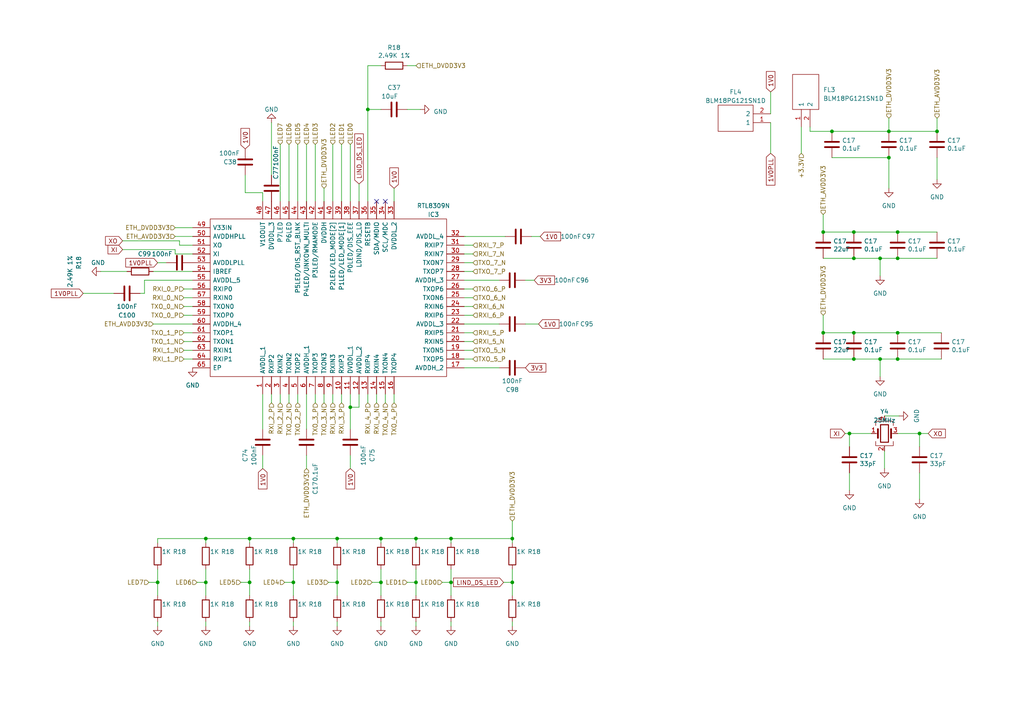
<source format=kicad_sch>
(kicad_sch (version 20230819) (generator eeschema)
  (paper "A4")
  (lib_symbols
    (symbol "BLM18PG121SN1D:BLM18PG121SN1D" (pin_names (offset 0.762))
      (property "Reference" "FL" (at 16.51 7.62 0))
      (property "Value" "BLM18PG121SN1D" (at 16.51 5.08 0))
      (symbol "BLM18PG121SN1D_0_0"
        (pin passive line (at 0 0 0) (length 5.08) (name "1") (number "1"))
        (pin passive line (at 0 -2.54 0) (length 5.08) (name "2") (number "2"))
      )
      (symbol "BLM18PG121SN1D_0_1"
        (polyline (pts (xy 5.08 2.54) (xy 15.24 2.54) (xy 15.24 -5.08) (xy 5.08 -5.08) (xy 5.08 2.54)) (stroke (width 0.1524)))
      )
    )
    (symbol "Device:C" (pin_numbers hide) (pin_names (offset 0.254))
      (property "Reference" "C" (at 0.635 2.54 0))
      (property "Value" "C" (at 0.635 -2.54 0))
      (symbol "C_0_1"
        (polyline (pts (xy -2.032 -0.762) (xy 2.032 -0.762)) (stroke (width 0.508)))
        (polyline (pts (xy -2.032 0.762) (xy 2.032 0.762)) (stroke (width 0.508)))
      )
      (symbol "C_1_1"
        (pin passive line (at 0 3.81 270) (length 2.794) (name "~") (number "1"))
        (pin passive line (at 0 -3.81 90) (length 2.794) (name "~") (number "2"))
      )
    )
    (symbol "Device:Crystal_GND2" (pin_names (offset 1.016) hide)
      (property "Reference" "Y" (at -6.604 4.318 0))
      (property "Value" "Crystal_GND2" (at -10.414 -2.794 0))
      (symbol "Crystal_GND2_0_1"
        (rectangle (start -1.143 2.54) (end 1.143 -2.54) (stroke (width 0.3048)))
        (polyline (pts (xy -2.54 0) (xy -1.905 0)))
        (polyline (pts (xy -1.905 -1.27) (xy -1.905 1.27)) (stroke (width 0.508)))
        (polyline (pts (xy 0 -3.81) (xy 0 -3.556)))
        (polyline (pts (xy 0 3.81) (xy 0 3.556)))
        (polyline (pts (xy 1.905 0) (xy 2.54 0)))
        (polyline (pts (xy 1.905 1.27) (xy 1.905 -1.27)) (stroke (width 0.508)))
        (polyline (pts (xy -2.54 -2.286) (xy -2.54 -3.556) (xy 2.54 -3.556) (xy 2.54 -2.286)))
        (polyline (pts (xy 2.54 2.286) (xy 2.54 3.556) (xy -2.54 3.556) (xy -2.54 2.286)))
      )
      (symbol "Crystal_GND2_1_1"
        (pin passive line (at -3.81 0 0) (length 1.27) (name "1") (number "1"))
        (pin passive line (at 0 -5.08 90) (length 1.27) (name "2") (number "2"))
        (pin passive line (at 3.81 0 180) (length 1.27) (name "3") (number "3"))
        (pin passive line (at 0 5.08 270) (length 1.27) (name "4") (number "4"))
      )
    )
    (symbol "Device:R" (pin_numbers hide) (pin_names (offset 0))
      (property "Reference" "R" (at 2.032 0 90))
      (property "Value" "R" (at 0 0 90))
      (symbol "R_0_1"
        (rectangle (start -1.016 -2.54) (end 1.016 2.54) (stroke (width 0.254)))
      )
      (symbol "R_1_1"
        (pin passive line (at 0 3.81 270) (length 1.27) (name "~") (number "1"))
        (pin passive line (at 0 -3.81 90) (length 1.27) (name "~") (number "2"))
      )
    )
    (symbol "RTL8309N:RTL8309N" (pin_names (offset 0.762))
      (property "Reference" "IC" (at 52.07 20.32 0))
      (property "Value" "RTL8309N" (at 52.07 17.78 0))
      (symbol "RTL8309N_0_0"
        (pin passive line (at 0 0 0) (length 5.08) (name "AVDDL_1") (number "1"))
        (pin passive line (at 0 -22.86 0) (length 5.08) (name "RXIP3") (number "10"))
        (pin passive line (at 0 -25.4 0) (length 5.08) (name "DVDDL_1") (number "11"))
        (pin passive line (at 0 -27.94 0) (length 5.08) (name "AVDDL_2") (number "12"))
        (pin passive line (at 0 -30.48 0) (length 5.08) (name "RXIP4") (number "13"))
        (pin passive line (at 0 -33.02 0) (length 5.08) (name "RXIN4") (number "14"))
        (pin passive line (at 0 -35.56 0) (length 5.08) (name "TXON4") (number "15"))
        (pin passive line (at 0 -38.1 0) (length 5.08) (name "TXOP4") (number "16"))
        (pin passive line (at 7.62 -58.42 90) (length 5.08) (name "AVDDH_2") (number "17"))
        (pin passive line (at 10.16 -58.42 90) (length 5.08) (name "TXOP5") (number "18"))
        (pin passive line (at 12.7 -58.42 90) (length 5.08) (name "TXON5") (number "19"))
        (pin passive line (at 0 -2.54 0) (length 5.08) (name "RXIP2") (number "2"))
        (pin passive line (at 15.24 -58.42 90) (length 5.08) (name "RXIN5") (number "20"))
        (pin passive line (at 17.78 -58.42 90) (length 5.08) (name "RXIP5") (number "21"))
        (pin passive line (at 20.32 -58.42 90) (length 5.08) (name "AVDDL_3") (number "22"))
        (pin passive line (at 22.86 -58.42 90) (length 5.08) (name "RXIP6") (number "23"))
        (pin passive line (at 25.4 -58.42 90) (length 5.08) (name "RXIN6") (number "24"))
        (pin passive line (at 27.94 -58.42 90) (length 5.08) (name "TXON6") (number "25"))
        (pin passive line (at 30.48 -58.42 90) (length 5.08) (name "TXOP6") (number "26"))
        (pin passive line (at 33.02 -58.42 90) (length 5.08) (name "AVDDH_3") (number "27"))
        (pin passive line (at 35.56 -58.42 90) (length 5.08) (name "TXOP7") (number "28"))
        (pin passive line (at 38.1 -58.42 90) (length 5.08) (name "TXON7") (number "29"))
        (pin passive line (at 0 -5.08 0) (length 5.08) (name "RXIN2") (number "3"))
        (pin passive line (at 40.64 -58.42 90) (length 5.08) (name "RXIN7") (number "30"))
        (pin passive line (at 43.18 -58.42 90) (length 5.08) (name "RXIP7") (number "31"))
        (pin passive line (at 45.72 -58.42 90) (length 5.08) (name "AVDDL_4") (number "32"))
        (pin passive line (at 55.88 -38.1 180) (length 5.08) (name "DVDDL_2") (number "33"))
        (pin passive line (at 55.88 -35.56 180) (length 5.08) (name "SCL/MDC") (number "34"))
        (pin passive line (at 55.88 -33.02 180) (length 5.08) (name "SDA/MDIO") (number "35"))
        (pin passive line (at 55.88 -30.48 180) (length 5.08) (name "RESETB") (number "36"))
        (pin passive line (at 55.88 -27.94 180) (length 5.08) (name "LDIND/DIS_LD") (number "37"))
        (pin passive line (at 55.88 -25.4 180) (length 5.08) (name "P0LED/DIS_EEE") (number "38"))
        (pin passive line (at 55.88 -22.86 180) (length 5.08) (name "P1LED/LED_MODE[1]") (number "39"))
        (pin passive line (at 0 -7.62 0) (length 5.08) (name "TXON2") (number "4"))
        (pin passive line (at 55.88 -20.32 180) (length 5.08) (name "P2LED/LED_MODE[2]") (number "40"))
        (pin passive line (at 55.88 -17.78 180) (length 5.08) (name "DVDDH") (number "41"))
        (pin passive line (at 55.88 -15.24 180) (length 5.08) (name "P3LED/RMAMODE") (number "42"))
        (pin passive line (at 55.88 -12.7 180) (length 5.08) (name "P4LED/UNKOWN_MULTI") (number "43"))
        (pin passive line (at 55.88 -10.16 180) (length 5.08) (name "P5LED/DIS_RST_BLNK") (number "44"))
        (pin passive line (at 55.88 -7.62 180) (length 5.08) (name "P6LED") (number "45"))
        (pin passive line (at 55.88 -5.08 180) (length 5.08) (name "P7LED") (number "46"))
        (pin passive line (at 55.88 -2.54 180) (length 5.08) (name "DVDDL_3") (number "47"))
        (pin passive line (at 55.88 0 180) (length 5.08) (name "V10OUT") (number "48"))
        (pin passive line (at 48.26 20.32 270) (length 5.08) (name "V33IN") (number "49"))
        (pin passive line (at 0 -10.16 0) (length 5.08) (name "TXOP2") (number "5"))
        (pin passive line (at 45.72 20.32 270) (length 5.08) (name "AVDDHPLL") (number "50"))
        (pin passive line (at 43.18 20.32 270) (length 5.08) (name "XO") (number "51"))
        (pin passive line (at 40.64 20.32 270) (length 5.08) (name "XI") (number "52"))
        (pin passive line (at 38.1 20.32 270) (length 5.08) (name "AVDDLPLL") (number "53"))
        (pin passive line (at 35.56 20.32 270) (length 5.08) (name "IBREF") (number "54"))
        (pin passive line (at 33.02 20.32 270) (length 5.08) (name "AVDDL_5") (number "55"))
        (pin passive line (at 30.48 20.32 270) (length 5.08) (name "RXIP0") (number "56"))
        (pin passive line (at 27.94 20.32 270) (length 5.08) (name "RXIN0") (number "57"))
        (pin passive line (at 25.4 20.32 270) (length 5.08) (name "TXON0") (number "58"))
        (pin passive line (at 22.86 20.32 270) (length 5.08) (name "TXOP0") (number "59"))
        (pin passive line (at 0 -12.7 0) (length 5.08) (name "AVDDH_1") (number "6"))
        (pin passive line (at 20.32 20.32 270) (length 5.08) (name "AVDDH_4") (number "60"))
        (pin passive line (at 17.78 20.32 270) (length 5.08) (name "TXOP1") (number "61"))
        (pin passive line (at 15.24 20.32 270) (length 5.08) (name "TXON1") (number "62"))
        (pin passive line (at 12.7 20.32 270) (length 5.08) (name "RXIN1") (number "63"))
        (pin passive line (at 10.16 20.32 270) (length 5.08) (name "RXIP1") (number "64"))
        (pin passive line (at 7.62 20.32 270) (length 5.08) (name "EP") (number "65"))
        (pin passive line (at 0 -15.24 0) (length 5.08) (name "TXOP3") (number "7"))
        (pin passive line (at 0 -17.78 0) (length 5.08) (name "TXON3") (number "8"))
        (pin passive line (at 0 -20.32 0) (length 5.08) (name "RXIN3") (number "9"))
      )
      (symbol "RTL8309N_0_1"
        (polyline (pts (xy 5.08 15.24) (xy 50.8 15.24) (xy 50.8 -53.34) (xy 5.08 -53.34) (xy 5.08 15.24)) (stroke (width 0.1524)))
      )
    )
    (symbol "power:GND" (power) (pin_names (offset 0))
      (property "Value" "GND" (at 0 -3.81 0))
      (symbol "GND_0_1"
        (polyline (pts (xy 0 0) (xy 0 -1.27) (xy 1.27 -1.27) (xy 0 -2.54) (xy -1.27 -1.27) (xy 0 -1.27)))
      )
      (symbol "GND_1_1"
        (pin power_in line (at 0 0 270) (length 0) hide (name "GND") (number "1"))
      )
    )
  )
  (junction (at 257.81 45.72))
  (junction (at 241.3 38.1))
  (junction (at 120.65 156.21))
  (junction (at 130.81 156.21))
  (junction (at 238.76 67.31))
  (junction (at 120.65 168.91))
  (junction (at 260.35 96.52))
  (junction (at 97.79 168.91))
  (junction (at 255.27 74.93))
  (junction (at 260.35 67.31))
  (junction (at 238.76 96.52))
  (junction (at 257.81 38.1))
  (junction (at 59.69 168.91))
  (junction (at 59.69 156.21))
  (junction (at 148.59 156.21))
  (junction (at 72.39 168.91))
  (junction (at 148.59 168.91))
  (junction (at 101.6 118.11))
  (junction (at 85.09 156.21))
  (junction (at 260.35 74.93))
  (junction (at 246.38 125.73))
  (junction (at 45.72 168.91))
  (junction (at 247.65 104.14))
  (junction (at 85.09 168.91))
  (junction (at 247.65 96.52))
  (junction (at 106.68 31.75))
  (junction (at 110.49 168.91))
  (junction (at 266.7 125.73))
  (junction (at 247.65 67.31))
  (junction (at 247.65 74.93))
  (junction (at 110.49 156.21))
  (junction (at 260.35 104.14))
  (junction (at 255.27 104.14))
  (junction (at 97.79 156.21))
  (junction (at 72.39 156.21))
  (junction (at 271.78 38.1))
  (junction (at 130.81 168.91))
  (no_connect (at 111.76 58.42))
  (no_connect (at 109.22 58.42))
  (wire (pts (xy 118.11 19.05) (xy 120.65 19.05)))
  (wire (pts (xy 85.09 156.21) (xy 97.79 156.21)))
  (wire (pts (xy 53.34 86.36) (xy 55.88 86.36)))
  (wire (pts (xy 148.59 156.21) (xy 148.59 157.48)))
  (wire (pts (xy 247.65 96.52) (xy 260.35 96.52)))
  (wire (pts (xy 137.16 88.9) (xy 134.62 88.9)))
  (wire (pts (xy 86.36 116.84) (xy 86.36 114.3)))
  (wire (pts (xy 255.27 104.14) (xy 260.35 104.14)))
  (wire (pts (xy 109.22 116.84) (xy 109.22 114.3)))
  (wire (pts (xy 50.8 68.58) (xy 55.88 68.58)))
  (wire (pts (xy 134.9566 68.58) (xy 134.62 68.58)))
  (wire (pts (xy 101.6 118.11) (xy 101.6 114.3)))
  (wire (pts (xy 241.3 38.1) (xy 257.81 38.1)))
  (wire (pts (xy 110.49 19.05) (xy 106.68 19.05)))
  (wire (pts (xy 118.11 168.91) (xy 120.65 168.91)))
  (wire (pts (xy 154.94 81.28) (xy 152.4 81.28)))
  (wire (pts (xy 59.69 156.21) (xy 72.39 156.21)))
  (wire (pts (xy 97.79 165.1) (xy 97.79 168.91)))
  (wire (pts (xy 260.35 125.73) (xy 266.7 125.73)))
  (wire (pts (xy 59.69 168.91) (xy 59.69 172.72)))
  (wire (pts (xy 86.36 41.91) (xy 86.36 58.42)))
  (wire (pts (xy 110.49 165.1) (xy 110.49 168.91)))
  (wire (pts (xy 41.91 81.28) (xy 55.88 81.28)))
  (wire (pts (xy 99.06 41.91) (xy 99.06 58.42)))
  (wire (pts (xy 234.95 38.1) (xy 241.3 38.1)))
  (wire (pts (xy 81.28 116.84) (xy 81.28 114.3)))
  (wire (pts (xy 255.27 109.22) (xy 255.27 104.14)))
  (wire (pts (xy 148.59 151.13) (xy 148.59 156.21)))
  (wire (pts (xy 148.59 168.91) (xy 148.59 172.72)))
  (wire (pts (xy 104.14 114.3) (xy 104.14 118.11)))
  (wire (pts (xy 91.44 116.84) (xy 91.44 114.3)))
  (wire (pts (xy 255.27 74.93) (xy 260.35 74.93)))
  (wire (pts (xy 107.95 168.91) (xy 110.49 168.91)))
  (wire (pts (xy 110.49 180.34) (xy 110.49 181.61)))
  (wire (pts (xy 43.18 168.91) (xy 45.72 168.91)))
  (wire (pts (xy 88.9 41.91) (xy 88.9 58.42)))
  (wire (pts (xy 101.6 41.91) (xy 101.6 58.42)))
  (wire (pts (xy 156.6884 68.5976) (xy 154.1484 68.5976)))
  (wire (pts (xy 52.07 71.12) (xy 55.88 71.12)))
  (wire (pts (xy 85.09 168.91) (xy 85.09 172.72)))
  (wire (pts (xy 99.06 116.84) (xy 99.06 114.3)))
  (wire (pts (xy 45.72 156.21) (xy 45.72 157.48)))
  (wire (pts (xy 252.73 125.73) (xy 246.38 125.73)))
  (wire (pts (xy 91.44 41.91) (xy 91.44 58.42)))
  (wire (pts (xy 104.14 53.34) (xy 104.14 58.42)))
  (wire (pts (xy 234.95 36.83) (xy 234.95 38.1)))
  (wire (pts (xy 232.41 36.83) (xy 232.41 44.45)))
  (wire (pts (xy 260.7896 120.65) (xy 256.54 120.65)))
  (wire (pts (xy 110.49 156.21) (xy 110.49 157.48)))
  (wire (pts (xy 245.11 125.73) (xy 246.38 125.73)))
  (wire (pts (xy 101.6 124.46) (xy 101.6 118.11)))
  (wire (pts (xy 130.81 156.21) (xy 148.59 156.21)))
  (wire (pts (xy 266.7 125.73) (xy 266.7 129.54)))
  (wire (pts (xy 104.14 118.11) (xy 101.6 118.11)))
  (wire (pts (xy 130.81 180.34) (xy 130.81 181.61)))
  (wire (pts (xy 29.21 78.74) (xy 36.83 78.74)))
  (wire (pts (xy 45.72 180.34) (xy 45.72 181.61)))
  (wire (pts (xy 97.79 156.21) (xy 110.49 156.21)))
  (wire (pts (xy 71.12 50.8) (xy 71.12 55.88)))
  (wire (pts (xy 260.35 74.93) (xy 271.78 74.93)))
  (wire (pts (xy 238.76 74.93) (xy 247.65 74.93)))
  (wire (pts (xy 130.81 168.91) (xy 130.81 172.72)))
  (wire (pts (xy 137.16 73.66) (xy 134.62 73.66)))
  (wire (pts (xy 137.16 83.82) (xy 134.62 83.82)))
  (wire (pts (xy 50.8 66.04) (xy 55.88 66.04)))
  (wire (pts (xy 76.2 124.46) (xy 76.2 114.3)))
  (wire (pts (xy 72.39 180.34) (xy 72.39 181.61)))
  (wire (pts (xy 53.34 83.82) (xy 55.88 83.82)))
  (wire (pts (xy 271.78 34.29) (xy 271.78 38.1)))
  (wire (pts (xy 120.65 165.1) (xy 120.65 168.91)))
  (wire (pts (xy 111.76 116.84) (xy 111.76 114.3)))
  (wire (pts (xy 266.7 125.73) (xy 269.24 125.73)))
  (wire (pts (xy 137.16 71.12) (xy 134.62 71.12)))
  (wire (pts (xy 53.34 104.14) (xy 55.88 104.14)))
  (wire (pts (xy 41.91 85.09) (xy 41.91 81.28)))
  (wire (pts (xy 247.65 104.14) (xy 255.27 104.14)))
  (wire (pts (xy 148.59 165.1) (xy 148.59 168.91)))
  (wire (pts (xy 223.52 26.67) (xy 223.52 33.02)))
  (wire (pts (xy 44.45 78.74) (xy 55.88 78.74)))
  (wire (pts (xy 246.38 125.73) (xy 246.38 129.54)))
  (wire (pts (xy 53.34 88.9) (xy 55.88 88.9)))
  (wire (pts (xy 45.72 165.1) (xy 45.72 168.91)))
  (wire (pts (xy 130.81 165.1) (xy 130.81 168.91)))
  (wire (pts (xy 72.39 165.1) (xy 72.39 168.91)))
  (wire (pts (xy 71.12 55.88) (xy 76.2 55.88)))
  (wire (pts (xy 35.56 72.39) (xy 50.8 72.39)))
  (wire (pts (xy 246.38 142.24) (xy 246.38 137.16)))
  (wire (pts (xy 78.74 116.84) (xy 78.74 114.3)))
  (wire (pts (xy 137.16 76.2) (xy 134.62 76.2)))
  (wire (pts (xy 45.72 76.2) (xy 48.26 76.2)))
  (wire (pts (xy 45.72 156.21) (xy 59.69 156.21)))
  (wire (pts (xy 53.34 99.06) (xy 55.88 99.06)))
  (wire (pts (xy 44.45 93.98) (xy 55.88 93.98)))
  (wire (pts (xy 238.76 104.14) (xy 247.65 104.14)))
  (wire (pts (xy 255.27 80.01) (xy 255.27 74.93)))
  (wire (pts (xy 88.9 124.46) (xy 88.9 114.3)))
  (wire (pts (xy 137.16 91.44) (xy 134.62 91.44)))
  (wire (pts (xy 53.34 91.44) (xy 55.88 91.44)))
  (wire (pts (xy 59.69 180.34) (xy 59.69 181.61)))
  (wire (pts (xy 121.92 31.75) (xy 118.11 31.75)))
  (wire (pts (xy 96.52 41.91) (xy 96.52 58.42)))
  (wire (pts (xy 93.98 54.61) (xy 93.98 58.42)))
  (wire (pts (xy 148.59 180.34) (xy 148.59 181.61)))
  (wire (pts (xy 76.2 135.89) (xy 76.2 132.08)))
  (wire (pts (xy 85.09 180.34) (xy 85.09 181.61)))
  (wire (pts (xy 114.3 54.61) (xy 114.3 58.42)))
  (wire (pts (xy 120.65 168.91) (xy 120.65 172.72)))
  (wire (pts (xy 83.82 116.84) (xy 83.82 114.3)))
  (wire (pts (xy 257.81 54.61) (xy 257.81 45.72)))
  (wire (pts (xy 82.55 168.91) (xy 85.09 168.91)))
  (wire (pts (xy 247.65 67.31) (xy 260.35 67.31)))
  (wire (pts (xy 146.05 168.91) (xy 148.59 168.91)))
  (wire (pts (xy 81.28 41.91) (xy 81.28 58.42)))
  (wire (pts (xy 95.25 168.91) (xy 97.79 168.91)))
  (wire (pts (xy 106.68 116.84) (xy 106.68 114.3)))
  (wire (pts (xy 106.68 19.05) (xy 106.68 31.75)))
  (wire (pts (xy 137.16 86.36) (xy 134.62 86.36)))
  (wire (pts (xy 120.65 156.21) (xy 120.65 157.48)))
  (wire (pts (xy 101.6 135.89) (xy 101.6 132.08)))
  (wire (pts (xy 88.9 135.89) (xy 88.9 132.08)))
  (wire (pts (xy 50.8 73.66) (xy 55.88 73.66)))
  (wire (pts (xy 137.16 96.52) (xy 134.62 96.52)))
  (wire (pts (xy 223.52 35.56) (xy 223.52 44.45)))
  (wire (pts (xy 83.82 41.91) (xy 83.82 58.42)))
  (wire (pts (xy 85.09 165.1) (xy 85.09 168.91)))
  (wire (pts (xy 72.39 156.21) (xy 85.09 156.21)))
  (wire (pts (xy 59.69 156.21) (xy 59.69 157.48)))
  (wire (pts (xy 78.74 35.56) (xy 78.74 50.8)))
  (wire (pts (xy 137.16 101.6) (xy 134.62 101.6)))
  (wire (pts (xy 114.3 116.84) (xy 114.3 114.3)))
  (wire (pts (xy 144.78 81.28) (xy 134.62 81.28)))
  (wire (pts (xy 110.49 156.21) (xy 120.65 156.21)))
  (wire (pts (xy 97.79 156.21) (xy 97.79 157.48)))
  (wire (pts (xy 137.16 99.06) (xy 134.62 99.06)))
  (wire (pts (xy 156.21 93.98) (xy 152.4 93.98)))
  (wire (pts (xy 144.78 93.98) (xy 134.62 93.98)))
  (wire (pts (xy 57.15 168.91) (xy 59.69 168.91)))
  (wire (pts (xy 59.69 165.1) (xy 59.69 168.91)))
  (wire (pts (xy 76.2 55.88) (xy 76.2 58.42)))
  (wire (pts (xy 260.35 96.52) (xy 273.05 96.52)))
  (wire (pts (xy 96.52 116.84) (xy 96.52 114.3)))
  (wire (pts (xy 110.49 168.91) (xy 110.49 172.72)))
  (wire (pts (xy 241.3 45.72) (xy 257.81 45.72)))
  (wire (pts (xy 35.56 69.85) (xy 52.07 69.85)))
  (wire (pts (xy 69.85 168.91) (xy 72.39 168.91)))
  (wire (pts (xy 247.65 74.93) (xy 255.27 74.93)))
  (wire (pts (xy 120.65 156.21) (xy 130.81 156.21)))
  (wire (pts (xy 130.81 156.21) (xy 130.81 157.48)))
  (wire (pts (xy 97.79 168.91) (xy 97.79 172.72)))
  (wire (pts (xy 137.16 104.14) (xy 134.62 104.14)))
  (wire (pts (xy 50.8 72.39) (xy 50.8 73.66)))
  (wire (pts (xy 40.64 85.09) (xy 41.91 85.09)))
  (wire (pts (xy 238.76 67.31) (xy 247.65 67.31)))
  (wire (pts (xy 53.34 96.52) (xy 55.88 96.52)))
  (wire (pts (xy 106.68 31.75) (xy 106.68 58.42)))
  (wire (pts (xy 260.35 104.14) (xy 273.05 104.14)))
  (wire (pts (xy 97.79 180.34) (xy 97.79 181.61)))
  (wire (pts (xy 137.16 78.74) (xy 134.62 78.74)))
  (wire (pts (xy 238.76 62.23) (xy 238.76 67.31)))
  (wire (pts (xy 238.76 96.52) (xy 247.65 96.52)))
  (wire (pts (xy 257.81 34.29) (xy 257.81 38.1)))
  (wire (pts (xy 24.13 85.09) (xy 33.02 85.09)))
  (wire (pts (xy 271.78 38.1) (xy 257.81 38.1)))
  (wire (pts (xy 260.35 67.31) (xy 271.78 67.31)))
  (wire (pts (xy 256.54 135.89) (xy 256.54 130.81)))
  (wire (pts (xy 52.07 69.85) (xy 52.07 71.12)))
  (wire (pts (xy 120.65 180.34) (xy 120.65 181.61)))
  (wire (pts (xy 85.09 156.21) (xy 85.09 157.48)))
  (wire (pts (xy 271.78 52.07) (xy 271.78 45.72)))
  (wire (pts (xy 238.76 91.44) (xy 238.76 96.52)))
  (wire (pts (xy 266.7 144.78) (xy 266.7 137.16)))
  (wire (pts (xy 144.78 106.68) (xy 134.62 106.68)))
  (wire (pts (xy 110.49 31.75) (xy 106.68 31.75)))
  (wire (pts (xy 134.9566 68.5976) (xy 146.5284 68.5976)))
  (wire (pts (xy 45.72 168.91) (xy 45.72 172.72)))
  (wire (pts (xy 72.39 168.91) (xy 72.39 172.72)))
  (wire (pts (xy 53.34 101.6) (xy 55.88 101.6)))
  (wire (pts (xy 134.9566 68.5976) (xy 134.9566 68.58)))
  (wire (pts (xy 72.39 156.21) (xy 72.39 157.48)))
  (wire (pts (xy 128.27 168.91) (xy 130.81 168.91)))
  (wire (pts (xy 93.98 116.84) (xy 93.98 114.3)))
  (global_label "XO" (shape input) (at 35.56 69.85 180) (property "Intersheetrefs" "${INTERSHEET_REFS}" (effects hide)))
  (global_label "1V0" (shape input) (at 114.3 54.61 90) (property "Intersheetrefs" "${INTERSHEET_REFS}" (effects hide)))
  (global_label "1V0" (shape input) (at 223.52 26.67 90) (property "Intersheetrefs" "${INTERSHEET_REFS}" (effects hide)))
  (global_label "1V0" (shape input) (at 71.12 43.18 90) (property "Intersheetrefs" "${INTERSHEET_REFS}" (effects hide)))
  (global_label "XO" (shape input) (at 269.24 125.73 0) (property "Intersheetrefs" "${INTERSHEET_REFS}" (effects hide)))
  (global_label "3V3" (shape input) (at 152.4 106.68 0) (property "Intersheetrefs" "${INTERSHEET_REFS}" (effects hide)))
  (global_label "LIND_DS_LED" (shape input) (at 104.14 53.34 90) (property "Intersheetrefs" "${INTERSHEET_REFS}" (effects hide)))
  (global_label "1V0PLL" (shape input) (at 223.52 44.45 270) (property "Intersheetrefs" "${INTERSHEET_REFS}" (effects hide)))
  (global_label "1V0PLL" (shape input) (at 45.72 76.2 180) (property "Intersheetrefs" "${INTERSHEET_REFS}" (effects hide)))
  (global_label "LIND_DS_LED" (shape input) (at 146.05 168.91 180) (property "Intersheetrefs" "${INTERSHEET_REFS}" (effects hide)))
  (global_label "XI" (shape input) (at 35.56 72.39 180) (property "Intersheetrefs" "${INTERSHEET_REFS}" (effects hide)))
  (global_label "1V0" (shape input) (at 76.2 135.89 270) (property "Intersheetrefs" "${INTERSHEET_REFS}" (effects hide)))
  (global_label "XI" (shape input) (at 245.11 125.73 180) (property "Intersheetrefs" "${INTERSHEET_REFS}" (effects hide)))
  (global_label "1V0PLL" (shape input) (at 24.13 85.09 180) (property "Intersheetrefs" "${INTERSHEET_REFS}" (effects hide)))
  (global_label "1V0" (shape input) (at 156.21 93.98 0) (property "Intersheetrefs" "${INTERSHEET_REFS}" (effects hide)))
  (global_label "1V0" (shape input) (at 156.6884 68.5976 0) (property "Intersheetrefs" "${INTERSHEET_REFS}" (effects hide)))
  (global_label "1V0" (shape input) (at 101.6 135.89 270) (property "Intersheetrefs" "${INTERSHEET_REFS}" (effects hide)))
  (global_label "3V3" (shape input) (at 154.94 81.28 0) (property "Intersheetrefs" "${INTERSHEET_REFS}" (effects hide)))
  (hierarchical_label "RXI_2_P" (shape input) (at 78.74 116.84 270) (property "Intersheetrefs" "${INTERSHEET_REFS}" (effects hide)))
  (hierarchical_label "LED5" (shape input) (at 86.36 41.91 90))
  (hierarchical_label "TXO_2_N" (shape input) (at 83.82 116.84 270) (property "Intersheetrefs" "${INTERSHEET_REFS}" (effects hide)))
  (hierarchical_label "LED0" (shape input) (at 128.27 168.91 180))
  (hierarchical_label "RXI_6_P" (shape input) (at 137.16 91.44 0) (property "Intersheetrefs" "${INTERSHEET_REFS}" (effects hide)))
  (hierarchical_label "RXI_2_N" (shape input) (at 81.28 116.84 270) (property "Intersheetrefs" "${INTERSHEET_REFS}" (effects hide)))
  (hierarchical_label "LED0" (shape input) (at 101.6 41.91 90))
  (hierarchical_label "RXI_0_N" (shape input) (at 53.34 86.36 180) (property "Intersheetrefs" "${INTERSHEET_REFS}" (effects hide)))
  (hierarchical_label "RXI_0_P" (shape input) (at 53.34 83.82 180) (property "Intersheetrefs" "${INTERSHEET_REFS}" (effects hide)))
  (hierarchical_label "TXO_0_N" (shape input) (at 53.34 88.9 180) (property "Intersheetrefs" "${INTERSHEET_REFS}" (effects hide)))
  (hierarchical_label "ETH_DVDD3V3" (shape input) (at 148.59 151.13 90))
  (hierarchical_label "RXI_4_N" (shape input) (at 109.22 116.84 270) (property "Intersheetrefs" "${INTERSHEET_REFS}" (effects hide)))
  (hierarchical_label "ETH_AVDD3V3" (shape input) (at 50.8 68.58 180))
  (hierarchical_label "LED7" (shape input) (at 81.28 41.91 90))
  (hierarchical_label "ETH_DVDD3V3" (shape input) (at 93.98 54.61 90))
  (hierarchical_label "LED5" (shape input) (at 69.85 168.91 180))
  (hierarchical_label "ETH_AVDD3V3" (shape input) (at 44.45 93.98 180))
  (hierarchical_label "RXI_4_P" (shape input) (at 106.68 116.84 270) (property "Intersheetrefs" "${INTERSHEET_REFS}" (effects hide)))
  (hierarchical_label "RXI_3_P" (shape input) (at 99.06 116.84 270) (property "Intersheetrefs" "${INTERSHEET_REFS}" (effects hide)))
  (hierarchical_label "TXO_3_N" (shape input) (at 93.98 116.84 270) (property "Intersheetrefs" "${INTERSHEET_REFS}" (effects hide)))
  (hierarchical_label "LED2" (shape input) (at 96.52 41.91 90))
  (hierarchical_label "TXO_0_P" (shape input) (at 53.34 91.44 180) (property "Intersheetrefs" "${INTERSHEET_REFS}" (effects hide)))
  (hierarchical_label "TXO_4_P" (shape input) (at 114.3 116.84 270) (property "Intersheetrefs" "${INTERSHEET_REFS}" (effects hide)))
  (hierarchical_label "ETH_AVDD3V3" (shape input) (at 238.76 62.23 90))
  (hierarchical_label "TXO_3_P" (shape input) (at 91.44 116.84 270) (property "Intersheetrefs" "${INTERSHEET_REFS}" (effects hide)))
  (hierarchical_label "LED1" (shape input) (at 99.06 41.91 90))
  (hierarchical_label "ETH_DVDD3V3" (shape input) (at 120.65 19.05 0))
  (hierarchical_label "LED7" (shape input) (at 43.18 168.91 180))
  (hierarchical_label "TXO_1_N" (shape input) (at 53.34 99.06 180) (property "Intersheetrefs" "${INTERSHEET_REFS}" (effects hide)))
  (hierarchical_label "TXO_7_P" (shape input) (at 137.16 78.74 0) (property "Intersheetrefs" "${INTERSHEET_REFS}" (effects hide)))
  (hierarchical_label "LED4" (shape input) (at 82.55 168.91 180))
  (hierarchical_label "LED3" (shape input) (at 91.44 41.91 90))
  (hierarchical_label "RXI_5_P" (shape input) (at 137.16 96.52 0) (property "Intersheetrefs" "${INTERSHEET_REFS}" (effects hide)))
  (hierarchical_label "TXO_6_P" (shape input) (at 137.16 83.82 0) (property "Intersheetrefs" "${INTERSHEET_REFS}" (effects hide)))
  (hierarchical_label "+3.3V" (shape input) (at 232.41 44.45 270))
  (hierarchical_label "TXO_5_P" (shape input) (at 137.16 104.14 0) (property "Intersheetrefs" "${INTERSHEET_REFS}" (effects hide)))
  (hierarchical_label "ETH_DVDD3V3" (shape input) (at 257.81 34.29 90))
  (hierarchical_label "RXI_1_P" (shape input) (at 53.34 104.14 180) (property "Intersheetrefs" "${INTERSHEET_REFS}" (effects hide)))
  (hierarchical_label "RXI_6_N" (shape input) (at 137.16 88.9 0) (property "Intersheetrefs" "${INTERSHEET_REFS}" (effects hide)))
  (hierarchical_label "LED6" (shape input) (at 83.82 41.91 90))
  (hierarchical_label "TXO_6_N" (shape input) (at 137.16 86.36 0) (property "Intersheetrefs" "${INTERSHEET_REFS}" (effects hide)))
  (hierarchical_label "TXO_2_P" (shape input) (at 86.36 116.84 270) (property "Intersheetrefs" "${INTERSHEET_REFS}" (effects hide)))
  (hierarchical_label "RXI_7_N" (shape input) (at 137.16 73.66 0) (property "Intersheetrefs" "${INTERSHEET_REFS}" (effects hide)))
  (hierarchical_label "RXI_5_N" (shape input) (at 137.16 99.06 0) (property "Intersheetrefs" "${INTERSHEET_REFS}" (effects hide)))
  (hierarchical_label "ETH_DVDD3V3" (shape input) (at 88.9 135.89 270))
  (hierarchical_label "RXI_7_P" (shape input) (at 137.16 71.12 0) (property "Intersheetrefs" "${INTERSHEET_REFS}" (effects hide)))
  (hierarchical_label "RXI_3_N" (shape input) (at 96.52 116.84 270) (property "Intersheetrefs" "${INTERSHEET_REFS}" (effects hide)))
  (hierarchical_label "ETH_AVDD3V3" (shape input) (at 271.78 34.29 90))
  (hierarchical_label "LED2" (shape input) (at 107.95 168.91 180))
  (hierarchical_label "TXO_1_P" (shape input) (at 53.34 96.52 180) (property "Intersheetrefs" "${INTERSHEET_REFS}" (effects hide)))
  (hierarchical_label "LED6" (shape input) (at 57.15 168.91 180))
  (hierarchical_label "LED4" (shape input) (at 88.9 41.91 90))
  (hierarchical_label "TXO_4_N" (shape input) (at 111.76 116.84 270) (property "Intersheetrefs" "${INTERSHEET_REFS}" (effects hide)))
  (hierarchical_label "TXO_5_N" (shape input) (at 137.16 101.6 0) (property "Intersheetrefs" "${INTERSHEET_REFS}" (effects hide)))
  (hierarchical_label "RXI_1_N" (shape input) (at 53.34 101.6 180) (property "Intersheetrefs" "${INTERSHEET_REFS}" (effects hide)))
  (hierarchical_label "LED3" (shape input) (at 95.25 168.91 180))
  (hierarchical_label "LED1" (shape input) (at 118.11 168.91 180))
  (hierarchical_label "ETH_DVDD3V3" (shape input) (at 50.8 66.04 180))
  (hierarchical_label "TXO_7_N" (shape input) (at 137.16 76.2 0) (property "Intersheetrefs" "${INTERSHEET_REFS}" (effects hide)))
  (hierarchical_label "ETH_DVDD3V3" (shape input) (at 238.76 91.44 90))
  (symbol (lib_id "Device:C") (at 266.7 133.35 0) (unit 1)
    (property "Reference" "C17" (at 269.621 132.1816 0) (effects (justify left)))
    (property "Value" "33pF" (at 269.621 134.493 0) (effects (justify left)))
    (property "Footprint" "Capacitor_SMD:C_0603_1608Metric" (effects hide))
    (instances (project "RP2040_minimal" (path "" (reference "C17") (unit 1)) (path "" (reference "C61") (unit 1))))
  )
  (symbol (lib_id "Device:C") (at 247.65 71.12 0) (unit 1)
    (property "Reference" "C17" (at 250.571 69.9516 0) (effects (justify left)))
    (property "Value" "0.1uF" (at 250.571 72.263 0) (effects (justify left)))
    (property "Footprint" "Capacitor_SMD:C_0402_1005Metric" (effects hide))
    (instances (project "RP2040_minimal" (path "" (reference "C17") (unit 1)) (path "" (reference "C64") (unit 1))))
  )
  (symbol (lib_id "power:GND") (at 78.74 35.56 180) (unit 1)
    (property "Reference" "#PWR010" (effects hide))
    (property "Value" "GND" (at 78.74 31.75 0))
  )
  (symbol (lib_id "Device:R") (at 72.39 161.29 180) (unit 1)
    (property "Reference" "R18" (at 78.74 160.02 0))
    (property "Value" "1K" (at 74.93 160.02 0))
    (property "Footprint" "Resistor_SMD:R_0603_1608Metric" (effects hide))
    (instances (project "RP2040_minimal" (path "" (reference "R18") (unit 1)) (path "" (reference "R88") (unit 1))))
  )
  (symbol (lib_id "Device:C") (at 148.59 93.98 90) (unit 1)
    (property "Reference" "C95" (at 170.18 93.98 90))
    (property "Value" "100nF" (at 165.1 93.98 90))
    (property "Footprint" "Capacitor_SMD:C_0603_1608Metric" (effects hide))
  )
  (symbol (lib_id "Device:C") (at 150.3384 68.5976 90) (unit 1)
    (property "Reference" "C97" (at 170.6584 68.5976 90))
    (property "Value" "100nF" (at 165.5784 68.5976 90))
    (property "Footprint" "Capacitor_SMD:C_0603_1608Metric" (effects hide))
  )
  (symbol (lib_id "Device:R") (at 97.79 176.53 180) (unit 1)
    (property "Reference" "R18" (at 104.14 175.26 0))
    (property "Value" "1K" (at 100.33 175.26 0))
    (property "Footprint" "Resistor_SMD:R_0603_1608Metric" (effects hide))
    (instances (project "RP2040_minimal" (path "" (reference "R18") (unit 1)) (path "" (reference "R85") (unit 1))))
  )
  (symbol (lib_id "Device:Crystal_GND2") (at 256.54 125.73 0) (unit 1)
    (property "Reference" "Y4" (at 256.54 119.38 0))
    (property "Value" "25MHz" (at 256.54 121.92 0))
    (property "Footprint" "Crystal:Crystal_SMD_3225-4Pin_3.2x2.5mm" (effects hide))
    (property "Description" "Three pin crystal, GND on pin 2" (effects hide))
  )
  (symbol (lib_id "Device:R") (at 148.59 161.29 180) (unit 1)
    (property "Reference" "R18" (at 154.94 160.02 0))
    (property "Value" "1K" (at 151.13 160.02 0))
    (property "Footprint" "Resistor_SMD:R_0603_1608Metric" (effects hide))
    (instances (project "RP2040_minimal" (path "" (reference "R18") (unit 1)) (path "" (reference "R10") (unit 1))))
  )
  (symbol (lib_id "power:GND") (at 97.79 181.61 0) (unit 1)
    (property "Reference" "#PWR019" (effects hide))
    (property "Value" "GND" (at 97.79 186.69 0))
  )
  (symbol (lib_id "Device:R") (at 110.49 161.29 180) (unit 1)
    (property "Reference" "R18" (at 116.84 160.02 0))
    (property "Value" "1K" (at 113.03 160.02 0))
    (property "Footprint" "Resistor_SMD:R_0603_1608Metric" (effects hide))
    (instances (project "RP2040_minimal" (path "" (reference "R18") (unit 1)) (path "" (reference "R39") (unit 1))))
  )
  (symbol (lib_id "Device:C") (at 88.9 128.27 0) (unit 1)
    (property "Reference" "C17" (at 91.44 143.51 90) (effects (justify left)))
    (property "Value" "0.1uF" (at 91.44 139.7 90) (effects (justify left)))
    (property "Footprint" "Capacitor_SMD:C_0402_1005Metric" (effects hide))
    (instances (project "RP2040_minimal" (path "" (reference "C17") (unit 1)) (path "" (reference "C76") (unit 1))))
  )
  (symbol (lib_id "Device:R") (at 120.65 176.53 180) (unit 1)
    (property "Reference" "R18" (at 127 175.26 0))
    (property "Value" "1K" (at 123.19 175.26 0))
    (property "Footprint" "Resistor_SMD:R_0603_1608Metric" (effects hide))
    (instances (project "RP2040_minimal" (path "" (reference "R18") (unit 1)) (path "" (reference "R24") (unit 1))))
  )
  (symbol (lib_id "power:GND") (at 72.39 181.61 0) (unit 1)
    (property "Reference" "#PWR021" (effects hide))
    (property "Value" "GND" (at 72.39 186.69 0))
  )
  (symbol (lib_id "power:GND") (at 55.88 106.68 0) (unit 1)
    (property "Reference" "#PWR034" (effects hide))
    (property "Value" "GND" (at 55.88 111.76 0))
  )
  (symbol (lib_id "power:GND") (at 257.81 54.61 0) (unit 1)
    (property "Reference" "#PWR03" (effects hide))
    (property "Value" "GND" (at 257.81 59.69 0))
  )
  (symbol (lib_id "Device:C") (at 273.05 100.33 0) (unit 1)
    (property "Reference" "C17" (at 275.971 99.1616 0) (effects (justify left)))
    (property "Value" "0.1uF" (at 275.971 101.473 0) (effects (justify left)))
    (property "Footprint" "Capacitor_SMD:C_0402_1005Metric" (effects hide))
    (instances (project "RP2040_minimal" (path "" (reference "C17") (unit 1)) (path "" (reference "C73") (unit 1))))
  )
  (symbol (lib_id "Device:R") (at 130.81 176.53 180) (unit 1)
    (property "Reference" "R18" (at 137.16 175.26 0))
    (property "Value" "1K" (at 133.35 175.26 0))
    (property "Footprint" "Resistor_SMD:R_0603_1608Metric" (effects hide))
    (instances (project "RP2040_minimal" (path "" (reference "R18") (unit 1)) (path "" (reference "R38") (unit 1))))
  )
  (symbol (lib_id "Device:C") (at 271.78 41.91 0) (unit 1)
    (property "Reference" "C17" (at 274.701 40.7416 0) (effects (justify left)))
    (property "Value" "0.1uF" (at 274.701 43.053 0) (effects (justify left)))
    (property "Footprint" "Capacitor_SMD:C_0402_1005Metric" (effects hide))
    (instances (project "RP2040_minimal" (path "" (reference "C17") (unit 1)) (path "" (reference "C68") (unit 1))))
  )
  (symbol (lib_id "power:GND") (at 266.7 144.78 0) (unit 1)
    (property "Reference" "#PWR013" (effects hide))
    (property "Value" "GND" (at 266.7 149.86 0))
  )
  (symbol (lib_id "Device:R") (at 120.65 161.29 180) (unit 1)
    (property "Reference" "R18" (at 127 160.02 0))
    (property "Value" "1K" (at 123.19 160.02 0))
    (property "Footprint" "Resistor_SMD:R_0603_1608Metric" (effects hide))
    (instances (project "RP2040_minimal" (path "" (reference "R18") (unit 1)) (path "" (reference "R23") (unit 1))))
  )
  (symbol (lib_id "Device:R") (at 40.64 78.74 270) (unit 1)
    (property "Reference" "R18" (at 22.86 76.2 0))
    (property "Value" "2.49K 1%" (at 20.32 78.74 0))
    (property "Footprint" "Resistor_SMD:R_0603_1608Metric" (effects hide))
    (instances (project "RP2040_minimal" (path "" (reference "R18") (unit 1)) (path "" (reference "R6") (unit 1))))
  )
  (symbol (lib_id "Device:C") (at 257.81 41.91 0) (unit 1)
    (property "Reference" "C17" (at 260.731 40.7416 0) (effects (justify left)))
    (property "Value" "0.1uF" (at 260.731 43.053 0) (effects (justify left)))
    (property "Footprint" "Capacitor_SMD:C_0402_1005Metric" (effects hide))
    (instances (project "RP2040_minimal" (path "" (reference "C17") (unit 1)) (path "" (reference "C66") (unit 1))))
  )
  (symbol (lib_id "BLM18PG121SN1D:BLM18PG121SN1D") (at 223.52 35.56 180) (unit 1)
    (property "Reference" "FL4" (at 213.36 26.67 0))
    (property "Value" "BLM18PG121SN1D" (at 213.36 29.21 0))
    (property "Footprint" "BLM18PG121SN1D:BLM18AG102BH1D" (effects hide))
    (property "Datasheet" "https://www.murata.com/en-us/products/productdetail?partno=BLM18PG121SN1%23" (effects hide))
    (property "Description" "Ferrite bead SMD 0603 120R 2A Murata Ferrite Bead (Chip Ferrite Bead), 1.6 x 0.8 x 0.8mm (0603), 120 impedance at 100 MHz" (effects hide))
    (property "Height" "0.95" (effects hide))
    (property "Manufacturer_Name" "Murata Electronics" (effects hide))
    (property "Manufacturer_Part_Number" "BLM18PG121SN1D" (effects hide))
    (property "Mouser Part Number" "81-BLM18PG121SN1D" (effects hide))
    (property "Mouser Price/Stock" "https://www.mouser.co.uk/ProductDetail/Murata-Electronics/BLM18PG121SN1D?qs=tY8e8KZalarVxhnmnUYZ1A%3D%3D" (effects hide))
    (property "Arrow Part Number" "BLM18PG121SN1D" (effects hide))
    (property "Arrow Price/Stock" "https://www.arrow.com/en/products/blm18pg121sn1d/murata-manufacturing?region=nac" (effects hide))
  )
  (symbol (lib_id "Device:C") (at 260.35 71.12 0) (unit 1)
    (property "Reference" "C17" (at 263.271 69.9516 0) (effects (justify left)))
    (property "Value" "0.1uF" (at 263.271 72.263 0) (effects (justify left)))
    (property "Footprint" "Capacitor_SMD:C_0402_1005Metric" (effects hide))
    (instances (project "RP2040_minimal" (path "" (reference "C17") (unit 1)) (path "" (reference "C65") (unit 1))))
  )
  (symbol (lib_id "Device:C") (at 71.12 46.99 180) (unit 1)
    (property "Reference" "C38" (at 64.77 46.99 0) (effects (justify right)))
    (property "Value" "100nF" (at 63.5 44.45 0) (effects (justify right)))
    (property "Footprint" "Capacitor_SMD:C_0603_1608Metric" (effects hide))
  )
  (symbol (lib_id "Device:C") (at 148.59 81.28 90) (unit 1)
    (property "Reference" "C96" (at 168.91 81.28 90))
    (property "Value" "100nF" (at 163.83 81.28 90))
    (property "Footprint" "Capacitor_SMD:C_0603_1608Metric" (effects hide))
  )
  (symbol (lib_id "Device:C") (at 114.3 31.75 90) (unit 1)
    (property "Reference" "C37" (at 114.3 25.4 90))
    (property "Value" "10uF" (at 113.03 27.94 90))
    (property "Footprint" "Capacitor_SMD:C_0603_1608Metric" (effects hide))
  )
  (symbol (lib_id "Device:C") (at 78.74 54.61 180) (unit 1)
    (property "Reference" "C77" (at 80.01 52.07 90) (effects (justify right)))
    (property "Value" "100nF" (at 80.01 48.26 90) (effects (justify right)))
    (property "Footprint" "Capacitor_SMD:C_0603_1608Metric" (effects hide))
  )
  (symbol (lib_id "power:GND") (at 130.81 181.61 0) (unit 1)
    (property "Reference" "#PWR017" (effects hide))
    (property "Value" "GND" (at 130.81 186.69 0))
  )
  (symbol (lib_id "power:GND") (at 85.09 181.61 0) (unit 1)
    (property "Reference" "#PWR020" (effects hide))
    (property "Value" "GND" (at 85.09 186.69 0))
  )
  (symbol (lib_id "power:GND") (at 255.27 109.22 0) (unit 1)
    (property "Reference" "#PWR015" (effects hide))
    (property "Value" "GND" (at 255.27 114.3 0))
  )
  (symbol (lib_id "Device:R") (at 85.09 176.53 180) (unit 1)
    (property "Reference" "R18" (at 91.44 175.26 0))
    (property "Value" "1K" (at 87.63 175.26 0))
    (property "Footprint" "Resistor_SMD:R_0603_1608Metric" (effects hide))
    (instances (project "RP2040_minimal" (path "" (reference "R18") (unit 1)) (path "" (reference "R87") (unit 1))))
  )
  (symbol (lib_id "Device:R") (at 59.69 176.53 180) (unit 1)
    (property "Reference" "R18" (at 66.04 175.26 0))
    (property "Value" "1K" (at 62.23 175.26 0))
    (property "Footprint" "Resistor_SMD:R_0603_1608Metric" (effects hide))
    (instances (project "RP2040_minimal" (path "" (reference "R18") (unit 1)) (path "" (reference "R91") (unit 1))))
  )
  (symbol (lib_id "power:GND") (at 59.69 181.61 0) (unit 1)
    (property "Reference" "#PWR035" (effects hide))
    (property "Value" "GND" (at 59.69 186.69 0))
  )
  (symbol (lib_id "power:GND") (at 271.78 52.07 0) (unit 1)
    (property "Reference" "#PWR08" (effects hide))
    (property "Value" "GND" (at 271.78 57.15 0))
  )
  (symbol (lib_id "power:GND") (at 148.59 181.61 0) (unit 1)
    (property "Reference" "#PWR011" (effects hide))
    (property "Value" "GND" (at 148.59 186.69 0))
  )
  (symbol (lib_id "power:GND") (at 255.27 80.01 0) (unit 1)
    (property "Reference" "#PWR02" (effects hide))
    (property "Value" "GND" (at 255.27 85.09 0))
  )
  (symbol (lib_id "Device:C") (at 101.6 128.27 0) (unit 1)
    (property "Reference" "C75" (at 107.95 132.08 90))
    (property "Value" "100nF" (at 105.41 132.08 90))
    (property "Footprint" "Capacitor_SMD:C_0603_1608Metric" (effects hide))
  )
  (symbol (lib_id "Device:R") (at 59.69 161.29 180) (unit 1)
    (property "Reference" "R18" (at 66.04 160.02 0))
    (property "Value" "1K" (at 62.23 160.02 0))
    (property "Footprint" "Resistor_SMD:R_0603_1608Metric" (effects hide))
    (instances (project "RP2040_minimal" (path "" (reference "R18") (unit 1)) (path "" (reference "R90") (unit 1))))
  )
  (symbol (lib_id "Device:R") (at 148.59 176.53 180) (unit 1)
    (property "Reference" "R18" (at 154.94 175.26 0))
    (property "Value" "1K" (at 151.13 175.26 0))
    (property "Footprint" "Resistor_SMD:R_0603_1608Metric" (effects hide))
    (instances (project "RP2040_minimal" (path "" (reference "R18") (unit 1)) (path "" (reference "R12") (unit 1))))
  )
  (symbol (lib_id "Device:C") (at 241.3 41.91 0) (unit 1)
    (property "Reference" "C17" (at 244.221 40.7416 0) (effects (justify left)))
    (property "Value" "0.1uF" (at 244.221 43.053 0) (effects (justify left)))
    (property "Footprint" "Capacitor_SMD:C_0402_1005Metric" (effects hide))
    (instances (project "RP2040_minimal" (path "" (reference "C17") (unit 1)) (path "" (reference "C63") (unit 1))))
  )
  (symbol (lib_id "Device:C") (at 36.83 85.09 270) (unit 1)
    (property "Reference" "C100" (at 36.83 91.44 90))
    (property "Value" "100nF" (at 36.83 88.9 90))
    (property "Footprint" "Capacitor_SMD:C_0603_1608Metric" (effects hide))
  )
  (symbol (lib_id "power:GND") (at 256.54 135.89 0) (unit 1)
    (property "Reference" "#PWR014" (effects hide))
    (property "Value" "GND" (at 256.54 140.97 0))
  )
  (symbol (lib_id "power:GND") (at 45.72 181.61 0) (unit 1)
    (property "Reference" "#PWR036" (effects hide))
    (property "Value" "GND" (at 45.72 186.69 0))
  )
  (symbol (lib_id "Device:R") (at 97.79 161.29 180) (unit 1)
    (property "Reference" "R18" (at 104.14 160.02 0))
    (property "Value" "1K" (at 100.33 160.02 0))
    (property "Footprint" "Resistor_SMD:R_0603_1608Metric" (effects hide))
    (instances (project "RP2040_minimal" (path "" (reference "R18") (unit 1)) (path "" (reference "R84") (unit 1))))
  )
  (symbol (lib_id "Device:R") (at 45.72 161.29 180) (unit 1)
    (property "Reference" "R18" (at 52.07 160.02 0))
    (property "Value" "1K" (at 48.26 160.02 0))
    (property "Footprint" "Resistor_SMD:R_0603_1608Metric" (effects hide))
    (instances (project "RP2040_minimal" (path "" (reference "R18") (unit 1)) (path "" (reference "R92") (unit 1))))
  )
  (symbol (lib_id "Device:C") (at 148.59 106.68 90) (unit 1)
    (property "Reference" "C98" (at 148.59 113.03 90))
    (property "Value" "100nF" (at 148.59 110.49 90))
    (property "Footprint" "Capacitor_SMD:C_0603_1608Metric" (effects hide))
  )
  (symbol (lib_id "power:GND") (at 260.7896 120.65 90) (unit 1)
    (property "Reference" "#PWR070" (effects hide))
    (property "Value" "GND" (at 265.8696 120.65 0))
  )
  (symbol (lib_id "Device:C") (at 246.38 133.35 0) (unit 1)
    (property "Reference" "C17" (at 249.301 132.1816 0) (effects (justify left)))
    (property "Value" "33pF" (at 249.301 134.493 0) (effects (justify left)))
    (property "Footprint" "Capacitor_SMD:C_0603_1608Metric" (effects hide))
    (instances (project "RP2040_minimal" (path "" (reference "C17") (unit 1)) (path "" (reference "C39") (unit 1))))
  )
  (symbol (lib_id "power:GND") (at 29.21 78.74 270) (unit 1)
    (property "Reference" "#PWR01" (effects hide))
    (property "Value" "GND" (at 30.48 76.2 90) (effects (justify right)))
  )
  (symbol (lib_id "power:GND") (at 110.49 181.61 0) (unit 1)
    (property "Reference" "#PWR018" (effects hide))
    (property "Value" "GND" (at 110.49 186.69 0))
  )
  (symbol (lib_id "Device:R") (at 114.3 19.05 270) (unit 1)
    (property "Reference" "R18" (at 114.3 13.7922 90))
    (property "Value" "2.49K 1%" (at 114.3 16.1036 90))
    (property "Footprint" "Resistor_SMD:R_0603_1608Metric" (effects hide))
    (instances (project "RP2040_minimal" (path "" (reference "R18") (unit 1)) (path "" (reference "R8") (unit 1))))
  )
  (symbol (lib_id "power:GND") (at 121.92 31.75 90) (unit 1)
    (property "Reference" "#PWR09" (effects hide))
    (property "Value" "GND" (at 125.73 32.385 90) (effects (justify right)))
  )
  (symbol (lib_id "BLM18PG121SN1D:BLM18PG121SN1D") (at 232.41 36.83 90) (unit 1)
    (property "Reference" "FL3" (at 238.76 26.035 90) (effects (justify right)))
    (property "Value" "BLM18PG121SN1D" (at 238.76 28.575 90) (effects (justify right)))
    (property "Footprint" "BLM18PG121SN1D:BLM18AG102BH1D" (effects hide))
    (property "Datasheet" "https://www.murata.com/en-us/products/productdetail?partno=BLM18PG121SN1%23" (effects hide))
    (property "Description" "Ferrite bead SMD 0603 120R 2A Murata Ferrite Bead (Chip Ferrite Bead), 1.6 x 0.8 x 0.8mm (0603), 120 impedance at 100 MHz" (effects hide))
    (property "Height" "0.95" (effects hide))
    (property "Manufacturer_Name" "Murata Electronics" (effects hide))
    (property "Manufacturer_Part_Number" "BLM18PG121SN1D" (effects hide))
    (property "Mouser Part Number" "81-BLM18PG121SN1D" (effects hide))
    (property "Mouser Price/Stock" "https://www.mouser.co.uk/ProductDetail/Murata-Electronics/BLM18PG121SN1D?qs=tY8e8KZalarVxhnmnUYZ1A%3D%3D" (effects hide))
    (property "Arrow Part Number" "BLM18PG121SN1D" (effects hide))
    (property "Arrow Price/Stock" "https://www.arrow.com/en/products/blm18pg121sn1d/murata-manufacturing?region=nac" (effects hide))
  )
  (symbol (lib_id "Device:C") (at 260.35 100.33 0) (unit 1)
    (property "Reference" "C17" (at 263.271 99.1616 0) (effects (justify left)))
    (property "Value" "0.1uF" (at 263.271 101.473 0) (effects (justify left)))
    (property "Footprint" "Capacitor_SMD:C_0402_1005Metric" (effects hide))
    (instances (project "RP2040_minimal" (path "" (reference "C17") (unit 1)) (path "" (reference "C72") (unit 1))))
  )
  (symbol (lib_id "Device:C") (at 238.76 100.33 0) (unit 1)
    (property "Reference" "C17" (at 241.681 99.1616 0) (effects (justify left)))
    (property "Value" "22uF" (at 241.681 101.473 0) (effects (justify left)))
    (property "Footprint" "Capacitor_SMD:C_0603_1608Metric" (effects hide))
    (instances (project "RP2040_minimal" (path "" (reference "C17") (unit 1)) (path "" (reference "C69") (unit 1))))
  )
  (symbol (lib_id "Device:C") (at 271.78 71.12 0) (unit 1)
    (property "Reference" "C17" (at 274.701 69.9516 0) (effects (justify left)))
    (property "Value" "0.1uF" (at 274.701 72.263 0) (effects (justify left)))
    (property "Footprint" "Capacitor_SMD:C_0402_1005Metric" (effects hide))
    (instances (project "RP2040_minimal" (path "" (reference "C17") (unit 1)) (path "" (reference "C67") (unit 1))))
  )
  (symbol (lib_id "power:GND") (at 120.65 181.61 0) (unit 1)
    (property "Reference" "#PWR016" (effects hide))
    (property "Value" "GND" (at 120.65 186.69 0))
  )
  (symbol (lib_id "Device:R") (at 110.49 176.53 180) (unit 1)
    (property "Reference" "R18" (at 116.84 175.26 0))
    (property "Value" "1K" (at 113.03 175.26 0))
    (property "Footprint" "Resistor_SMD:R_0603_1608Metric" (effects hide))
    (instances (project "RP2040_minimal" (path "" (reference "R18") (unit 1)) (path "" (reference "R42") (unit 1))))
  )
  (symbol (lib_id "Device:R") (at 45.72 176.53 180) (unit 1)
    (property "Reference" "R18" (at 52.07 175.26 0))
    (property "Value" "1K" (at 48.26 175.26 0))
    (property "Footprint" "Resistor_SMD:R_0603_1608Metric" (effects hide))
    (instances (project "RP2040_minimal" (path "" (reference "R18") (unit 1)) (path "" (reference "R93") (unit 1))))
  )
  (symbol (lib_id "Device:R") (at 130.81 161.29 180) (unit 1)
    (property "Reference" "R18" (at 137.16 160.02 0))
    (property "Value" "1K" (at 133.35 160.02 0))
    (property "Footprint" "Resistor_SMD:R_0603_1608Metric" (effects hide))
    (instances (project "RP2040_minimal" (path "" (reference "R18") (unit 1)) (path "" (reference "R37") (unit 1))))
  )
  (symbol (lib_id "Device:C") (at 247.65 100.33 0) (unit 1)
    (property "Reference" "C17" (at 250.571 99.1616 0) (effects (justify left)))
    (property "Value" "0.1uF" (at 250.571 101.473 0) (effects (justify left)))
    (property "Footprint" "Capacitor_SMD:C_0402_1005Metric" (effects hide))
    (instances (project "RP2040_minimal" (path "" (reference "C17") (unit 1)) (path "" (reference "C71") (unit 1))))
  )
  (symbol (lib_id "Device:C") (at 52.07 76.2 270) (unit 1)
    (property "Reference" "C99" (at 41.91 73.66 90))
    (property "Value" "100nF" (at 46.99 73.66 90))
    (property "Footprint" "Capacitor_SMD:C_0603_1608Metric" (effects hide))
  )
  (symbol (lib_id "RTL8309N:RTL8309N") (at 76.2 114.3 90) (unit 1)
    (property "Reference" "IC3" (at 125.73 62.23 90))
    (property "Value" "RTL8309N" (at 125.73 59.69 90))
    (property "Footprint" "RTL8309N:RTL8309N" (effects hide))
    (property "Datasheet" "https://datasheetspdf.com/pdf-file/1018050/RealtekMicroelectronics/RTL8309N/1" (effects hide))
    (property "Description" "SINGLE-CHIP 8-PORT 10/100MBPS ETHERNET SWITCH CONTROLLER" (effects hide))
    (property "Height" "0.9" (effects hide))
    (property "Manufacturer_Name" "Realtek" (effects hide))
    (property "Manufacturer_Part_Number" "RTL8309N" (effects hide))
  )
  (symbol (lib_id "Device:R") (at 85.09 161.29 180) (unit 1)
    (property "Reference" "R18" (at 91.44 160.02 0))
    (property "Value" "1K" (at 87.63 160.02 0))
    (property "Footprint" "Resistor_SMD:R_0603_1608Metric" (effects hide))
    (instances (project "RP2040_minimal" (path "" (reference "R18") (unit 1)) (path "" (reference "R86") (unit 1))))
  )
  (symbol (lib_id "Device:C") (at 76.2 128.27 0) (unit 1)
    (property "Reference" "C74" (at 71.12 132.08 90))
    (property "Value" "100nF" (at 73.66 132.08 90))
    (property "Footprint" "Capacitor_SMD:C_0603_1608Metric" (effects hide))
  )
  (symbol (lib_id "power:GND") (at 246.38 142.24 0) (unit 1)
    (property "Reference" "#PWR012" (effects hide))
    (property "Value" "GND" (at 246.38 147.32 0))
  )
  (symbol (lib_id "Device:C") (at 238.76 71.12 0) (unit 1)
    (property "Reference" "C17" (at 241.681 69.9516 0) (effects (justify left)))
    (property "Value" "22uF" (at 241.681 72.263 0) (effects (justify left)))
    (property "Footprint" "Capacitor_SMD:C_0603_1608Metric" (effects hide))
    (instances (project "RP2040_minimal" (path "" (reference "C17") (unit 1)) (path "" (reference "C62") (unit 1))))
  )
  (symbol (lib_id "Device:R") (at 72.39 176.53 180) (unit 1)
    (property "Reference" "R18" (at 78.74 175.26 0))
    (property "Value" "1K" (at 74.93 175.26 0))
    (property "Footprint" "Resistor_SMD:R_0603_1608Metric" (effects hide))
    (instances (project "RP2040_minimal" (path "" (reference "R18") (unit 1)) (path "" (reference "R89") (unit 1))))
  )
)
</source>
